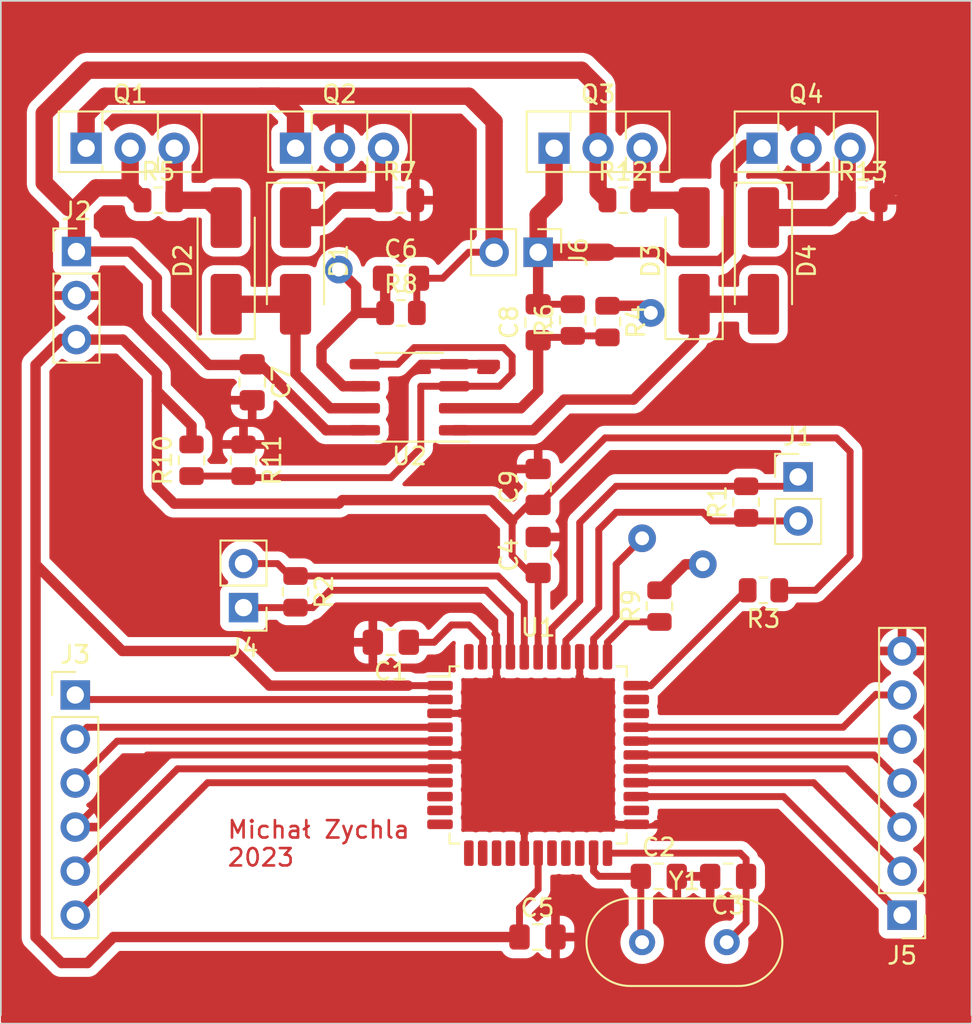
<source format=kicad_pcb>
(kicad_pcb (version 20221018) (generator pcbnew)
  (layers (0 "F.Cu" signal) (31 "B.Cu" signal) (34 "B.Paste" user) (35 "F.Paste" user) (36 "B.SilkS" user "B.Silkscreen") (37 "F.SilkS" user "F.Silkscreen") (38 "B.Mask" user) (39 "F.Mask" user) (44 "Edge.Cuts" user))
  (net 0 "")
  (net 1 "Net-(U1-REFBYP)")
  (net 2 "GND")
  (net 3 "Net-(U1-XTALOUT)")
  (net 4 "Net-(U1-CLKIN)")
  (net 5 "+5V")
  (net 6 "Net-(U2B--)")
  (net 7 "EXC_AMP")
  (net 8 "+12V")
  (net 9 "Net-(U2A--)")
  (net 10 "~{EXC_AMP}")
  (net 11 "Net-(D1-K)")
  (net 12 "Net-(D1-A)")
  (net 13 "Net-(D2-A)")
  (net 14 "Net-(D3-K)")
  (net 15 "Net-(D3-A)")
  (net 16 "Net-(D4-K)")
  (net 17 "Net-(J1-Pin_1)")
  (net 18 "Net-(J1-Pin_2)")
  (net 19 "/~{RD}")
  (net 20 "/~{SAMPLE}")
  (net 21 "/~{RDVEL}")
  (net 22 "/SCLK")
  (net 23 "/SO")
  (net 24 "Net-(J4-Pin_1)")
  (net 25 "Net-(J4-Pin_2)")
  (net 26 "Net-(J5-Pin_1)")
  (net 27 "Net-(J5-Pin_2)")
  (net 28 "Net-(J5-Pin_3)")
  (net 29 "Net-(J5-Pin_4)")
  (net 30 "Net-(J5-Pin_5)")
  (net 31 "Net-(J5-Pin_6)")
  (net 32 "~{RESET}")
  (net 33 "/~{EXC}")
  (net 34 "/EXC")
  (net 35 "/2.5V")
  (footprint "Resistor_SMD:R_0805_2012Metric" (layer "F.Cu") (at 141 84.4125 90)
    (fp_text reference "R9" (at 0 -1.65 90) (layer "F.SilkS"))
    (fp_text value "10k")
    (pad "1" smd roundrect (at -0.9125 0 90) (size 1.025 1.4) (layers "F.Cu" "F.Paste" "F.Mask") (roundrect_rratio 0.243902) (net 34 "/EXC"))
    (pad "2" smd roundrect (at 0.9125 0 90) (size 1.025 1.4) (layers "F.Cu" "F.Paste" "F.Mask") (roundrect_rratio 0.243902) (net 6 "Net-(U2B--)"))
  )
  (footprint "Resistor_SMD:R_0805_2012Metric" (layer "F.Cu") (at 152.7375 61)
    (fp_text reference "R13" (at 0 -1.65) (layer "F.SilkS"))
    (fp_text value "2.2k")
    (pad "1" smd roundrect (at -0.9125 0) (size 1.025 1.4) (layers "F.Cu" "F.Paste" "F.Mask") (roundrect_rratio 0.243902) (net 16 "Net-(D4-K)"))
    (pad "2" smd roundrect (at 0.9125 0) (size 1.025 1.4) (layers "F.Cu" "F.Paste" "F.Mask") (roundrect_rratio 0.243902) (net 2 "GND"))
  )
  (footprint "Capacitor_SMD:C_0805_2012Metric_Pad1.18x1.45mm_HandSolder" (layer "F.Cu") (at 126.0875 65.5)
    (fp_text reference "C6" (at 0 -1.68) (layer "F.SilkS"))
    (fp_text value "DNP" hide)
    (pad "1" smd roundrect (at -1.0375 0) (size 1.175 1.45) (layers "F.Cu" "F.Paste" "F.Mask") (roundrect_rratio 0.212766) (net 6 "Net-(U2B--)"))
    (pad "2" smd roundrect (at 1.0375 0) (size 1.175 1.45) (layers "F.Cu" "F.Paste" "F.Mask") (roundrect_rratio 0.212766) (net 7 "EXC_AMP"))
  )
  (footprint "Capacitor_SMD:C_0805_2012Metric_Pad1.18x1.45mm_HandSolder" (layer "F.Cu") (at 134 68.0375 90)
    (fp_text reference "C8" (at 0 -1.68 90) (layer "F.SilkS"))
    (fp_text value "DNP")
    (pad "1" smd roundrect (at -1.0375 0 90) (size 1.175 1.45) (layers "F.Cu" "F.Paste" "F.Mask") (roundrect_rratio 0.212766) (net 9 "Net-(U2A--)"))
    (pad "2" smd roundrect (at 1.0375 0 90) (size 1.175 1.45) (layers "F.Cu" "F.Paste" "F.Mask") (roundrect_rratio 0.212766) (net 10 "~{EXC_AMP}"))
  )
  (footprint "Resistor_SMD:R_0805_2012Metric" (layer "F.Cu") (at 114 76 90)
    (fp_text reference "R10" (at 0 -1.65 90) (layer "F.SilkS"))
    (fp_text value "22k")
    (pad "1" smd roundrect (at -0.9125 0 90) (size 1.025 1.4) (layers "F.Cu" "F.Paste" "F.Mask") (roundrect_rratio 0.243902) (net 35 "/2.5V"))
    (pad "2" smd roundrect (at 0.9125 0 90) (size 1.025 1.4) (layers "F.Cu" "F.Paste" "F.Mask") (roundrect_rratio 0.243902) (net 5 "+5V"))
  )
  (footprint "Resistor_SMD:R_0805_2012Metric" (layer "F.Cu") (at 126.0875 67.5)
    (fp_text reference "R8" (at 0 -1.65) (layer "F.SilkS"))
    (fp_text value "10k")
    (pad "1" smd roundrect (at -0.9125 0) (size 1.025 1.4) (layers "F.Cu" "F.Paste" "F.Mask") (roundrect_rratio 0.243902) (net 6 "Net-(U2B--)"))
    (pad "2" smd roundrect (at 0.9125 0) (size 1.025 1.4) (layers "F.Cu" "F.Paste" "F.Mask") (roundrect_rratio 0.243902) (net 7 "EXC_AMP"))
  )
  (footprint "Capacitor_SMD:C_0805_2012Metric_Pad1.18x1.45mm_HandSolder" (layer "F.Cu") (at 144.9625 100 180)
    (fp_text reference "C3" (at 0 -1.68) (layer "F.SilkS"))
    (fp_text value "DNP")
    (pad "1" smd roundrect (at -1.0375 0 180) (size 1.175 1.45) (layers "F.Cu" "F.Paste" "F.Mask") (roundrect_rratio 0.212766) (net 4 "Net-(U1-CLKIN)"))
    (pad "2" smd roundrect (at 1.0375 0 180) (size 1.175 1.45) (layers "F.Cu" "F.Paste" "F.Mask") (roundrect_rratio 0.212766) (net 2 "GND"))
  )
  (footprint "Capacitor_SMD:C_0805_2012Metric_Pad1.18x1.45mm_HandSolder" (layer "F.Cu") (at 134 77.5375 90)
    (fp_text reference "C9" (at 0 -1.68 90) (layer "F.SilkS"))
    (fp_text value "1u")
    (pad "1" smd roundrect (at -1.0375 0 90) (size 1.175 1.45) (layers "F.Cu" "F.Paste" "F.Mask") (roundrect_rratio 0.212766) (net 5 "+5V"))
    (pad "2" smd roundrect (at 1.0375 0 90) (size 1.175 1.45) (layers "F.Cu" "F.Paste" "F.Mask") (roundrect_rratio 0.212766) (net 2 "GND"))
  )
  (footprint "Diode_SMD:D_SMA_Handsoldering" (layer "F.Cu") (at 143 64.5 90)
    (fp_text reference "D3" (at 0 -2.5 90) (layer "F.SilkS"))
    (fp_text value "1N4148")
    (pad "1" smd roundrect (at -2.5 0 90) (size 3.5 1.8) (layers "F.Cu" "F.Paste" "F.Mask") (roundrect_rratio 0.1388888889) (net 14 "Net-(D3-K)"))
    (pad "2" smd roundrect (at 2.5 0 90) (size 3.5 1.8) (layers "F.Cu" "F.Paste" "F.Mask") (roundrect_rratio 0.1388888889) (net 15 "Net-(D3-A)"))
  )
  (footprint "Capacitor_SMD:C_0805_2012Metric_Pad1.18x1.45mm_HandSolder" (layer "F.Cu") (at 125.5 86.5 180)
    (fp_text reference "C1" (at 0 -1.68) (layer "F.SilkS"))
    (fp_text value "1u")
    (pad "1" smd roundrect (at -1.0375 0 180) (size 1.175 1.45) (layers "F.Cu" "F.Paste" "F.Mask") (roundrect_rratio 0.212766) (net 1 "Net-(U1-REFBYP)"))
    (pad "2" smd roundrect (at 1.0375 0 180) (size 1.175 1.45) (layers "F.Cu" "F.Paste" "F.Mask") (roundrect_rratio 0.212766) (net 2 "GND"))
  )
  (footprint "Diode_SMD:D_SMA_Handsoldering" (layer "F.Cu") (at 147 64.5 -90)
    (fp_text reference "D4" (at 0 -2.5 90) (layer "F.SilkS"))
    (fp_text value "1N4148")
    (pad "1" smd roundrect (at -2.5 0 270) (size 3.5 1.8) (layers "F.Cu" "F.Paste" "F.Mask") (roundrect_rratio 0.1388888889) (net 16 "Net-(D4-K)"))
    (pad "2" smd roundrect (at 2.5 0 270) (size 3.5 1.8) (layers "F.Cu" "F.Paste" "F.Mask") (roundrect_rratio 0.1388888889) (net 14 "Net-(D3-K)"))
  )
  (footprint "Connector_PinHeader_2.54mm:PinHeader_1x07_P2.54mm_Vertical" (layer "F.Cu") (at 155 102.24 180)
    (fp_text reference "J5" (at 0 -2.33) (layer "F.SilkS"))
    (fp_text value "DEBUG")
    (pad "1" thru_hole rect (at 0 0 180) (size 1.7 1.7) (drill 1) (layers "*.Cu" "*.Mask") (net 26 "Net-(J5-Pin_1)"))
    (pad "2" thru_hole oval (at 0 2.54 180) (size 1.7 1.7) (drill 1) (layers "*.Cu" "*.Mask") (net 27 "Net-(J5-Pin_2)"))
    (pad "3" thru_hole oval (at 0 5.08 180) (size 1.7 1.7) (drill 1) (layers "*.Cu" "*.Mask") (net 28 "Net-(J5-Pin_3)"))
    (pad "4" thru_hole oval (at 0 7.62 180) (size 1.7 1.7) (drill 1) (layers "*.Cu" "*.Mask") (net 29 "Net-(J5-Pin_4)"))
    (pad "5" thru_hole oval (at 0 10.16 180) (size 1.7 1.7) (drill 1) (layers "*.Cu" "*.Mask") (net 30 "Net-(J5-Pin_5)"))
    (pad "6" thru_hole oval (at 0 12.7 180) (size 1.7 1.7) (drill 1) (layers "*.Cu" "*.Mask") (net 31 "Net-(J5-Pin_6)"))
    (pad "7" thru_hole oval (at 0 15.24 180) (size 1.7 1.7) (drill 1) (layers "*.Cu" "*.Mask") (net 2 "GND"))
  )
  (footprint "Resistor_SMD:R_0805_2012Metric" (layer "F.Cu") (at 126 61)
    (fp_text reference "R7" (at 0 -1.65) (layer "F.SilkS"))
    (fp_text value "2.2k")
    (pad "1" smd roundrect (at -0.9125 0) (size 1.025 1.4) (layers "F.Cu" "F.Paste" "F.Mask") (roundrect_rratio 0.243902) (net 11 "Net-(D1-K)"))
    (pad "2" smd roundrect (at 0.9125 0) (size 1.025 1.4) (layers "F.Cu" "F.Paste" "F.Mask") (roundrect_rratio 0.243902) (net 2 "GND"))
  )
  (footprint "Resistor_SMD:R_0805_2012Metric" (layer "F.Cu") (at 146 78.4125 90)
    (fp_text reference "R1" (at 0 -1.65 90) (layer "F.SilkS"))
    (fp_text value "68k")
    (pad "1" smd roundrect (at -0.9125 0 90) (size 1.025 1.4) (layers "F.Cu" "F.Paste" "F.Mask") (roundrect_rratio 0.243902) (net 18 "Net-(J1-Pin_2)"))
    (pad "2" smd roundrect (at 0.9125 0 90) (size 1.025 1.4) (layers "F.Cu" "F.Paste" "F.Mask") (roundrect_rratio 0.243902) (net 17 "Net-(J1-Pin_1)"))
  )
  (footprint "Resistor_SMD:R_0805_2012Metric" (layer "F.Cu") (at 138 68 -90)
    (fp_text reference "R4" (at 0 -1.65 -270) (layer "F.SilkS"))
    (fp_text value "10k")
    (pad "1" smd roundrect (at -0.9125 0 270) (size 1.025 1.4) (layers "F.Cu" "F.Paste" "F.Mask") (roundrect_rratio 0.243902) (net 33 "/~{EXC}"))
    (pad "2" smd roundrect (at 0.9125 0 270) (size 1.025 1.4) (layers "F.Cu" "F.Paste" "F.Mask") (roundrect_rratio 0.243902) (net 9 "Net-(U2A--)"))
  )
  (footprint "Resistor_SMD:R_0805_2012Metric" (layer "F.Cu") (at 136 67.9125 90)
    (fp_text reference "R6" (at 0 -1.65 90) (layer "F.SilkS"))
    (fp_text value "10k")
    (pad "1" smd roundrect (at -0.9125 0 90) (size 1.025 1.4) (layers "F.Cu" "F.Paste" "F.Mask") (roundrect_rratio 0.243902) (net 9 "Net-(U2A--)"))
    (pad "2" smd roundrect (at 0.9125 0 90) (size 1.025 1.4) (layers "F.Cu" "F.Paste" "F.Mask") (roundrect_rratio 0.243902) (net 10 "~{EXC_AMP}"))
  )
  (footprint "Resistor_SMD:R_0805_2012Metric" (layer "F.Cu") (at 120 83.5875 -90)
    (fp_text reference "R2" (at 0 -1.65 90) (layer "F.SilkS"))
    (fp_text value "68k")
    (pad "1" smd roundrect (at -0.9125 0 270) (size 1.025 1.4) (layers "F.Cu" "F.Paste" "F.Mask") (roundrect_rratio 0.243902) (net 25 "Net-(J4-Pin_2)"))
    (pad "2" smd roundrect (at 0.9125 0 270) (size 1.025 1.4) (layers "F.Cu" "F.Paste" "F.Mask") (roundrect_rratio 0.243902) (net 24 "Net-(J4-Pin_1)"))
  )
  (footprint "Capacitor_SMD:C_0805_2012Metric_Pad1.18x1.45mm_HandSolder" (layer "F.Cu") (at 134 81.4625 90)
    (fp_text reference "C4" (at 0 -1.68 90) (layer "F.SilkS"))
    (fp_text value "100n")
    (pad "1" smd roundrect (at -1.0375 0 90) (size 1.175 1.45) (layers "F.Cu" "F.Paste" "F.Mask") (roundrect_rratio 0.212766) (net 5 "+5V"))
    (pad "2" smd roundrect (at 1.0375 0 90) (size 1.175 1.45) (layers "F.Cu" "F.Paste" "F.Mask") (roundrect_rratio 0.212766) (net 2 "GND"))
  )
  (footprint "Resistor_SMD:R_0805_2012Metric" (layer "F.Cu") (at 117 76 -90)
    (fp_text reference "R11" (at 0 -1.65 90) (layer "F.SilkS"))
    (fp_text value "22k")
    (pad "1" smd roundrect (at -0.9125 0 270) (size 1.025 1.4) (layers "F.Cu" "F.Paste" "F.Mask") (roundrect_rratio 0.243902) (net 2 "GND"))
    (pad "2" smd roundrect (at 0.9125 0 270) (size 1.025 1.4) (layers "F.Cu" "F.Paste" "F.Mask") (roundrect_rratio 0.243902) (net 35 "/2.5V"))
  )
  (footprint "Connector_PinHeader_2.54mm:PinHeader_1x06_P2.54mm_Vertical" (layer "F.Cu") (at 107.2925 89.54)
    (fp_text reference "J3" (at 0 -2.33) (layer "F.SilkS"))
    (fp_text value "Interface")
    (pad "1" thru_hole rect (at 0 0) (size 1.7 1.7) (drill 1) (layers "*.Cu" "*.Mask") (net 19 "/~{RD}"))
    (pad "2" thru_hole oval (at 0 2.54) (size 1.7 1.7) (drill 1) (layers "*.Cu" "*.Mask") (net 20 "/~{SAMPLE}"))
    (pad "3" thru_hole oval (at 0 5.08) (size 1.7 1.7) (drill 1) (layers "*.Cu" "*.Mask") (net 21 "/~{RDVEL}"))
    (pad "4" thru_hole oval (at 0 7.62) (size 1.7 1.7) (drill 1) (layers "*.Cu" "*.Mask") (net 2 "GND"))
    (pad "5" thru_hole oval (at 0 10.16) (size 1.7 1.7) (drill 1) (layers "*.Cu" "*.Mask") (net 23 "/SO"))
    (pad "6" thru_hole oval (at 0 12.7) (size 1.7 1.7) (drill 1) (layers "*.Cu" "*.Mask") (net 22 "/SCLK"))
  )
  (footprint "Diode_SMD:D_SMA_Handsoldering" (layer "F.Cu") (at 120 64.5 -90)
    (fp_text reference "D1" (at 0 -2.5 90) (layer "F.SilkS"))
    (fp_text value "1N4148")
    (pad "1" smd roundrect (at -2.5 0 270) (size 3.5 1.8) (layers "F.Cu" "F.Paste" "F.Mask") (roundrect_rratio 0.1388888889) (net 11 "Net-(D1-K)"))
    (pad "2" smd roundrect (at 2.5 0 270) (size 3.5 1.8) (layers "F.Cu" "F.Paste" "F.Mask") (roundrect_rratio 0.1388888889) (net 12 "Net-(D1-A)"))
  )
  (footprint "Resistor_SMD:R_0805_2012Metric" (layer "F.Cu") (at 147 83.5 180)
    (fp_text reference "R3" (at 0 -1.65) (layer "F.SilkS"))
    (fp_text value "R")
    (pad "1" smd roundrect (at -0.9125 0 180) (size 1.025 1.4) (layers "F.Cu" "F.Paste" "F.Mask") (roundrect_rratio 0.243902) (net 5 "+5V"))
    (pad "2" smd roundrect (at 0.9125 0 180) (size 1.025 1.4) (layers "F.Cu" "F.Paste" "F.Mask") (roundrect_rratio 0.243902) (net 32 "~{RESET}"))
  )
  (footprint "Diode_SMD:D_SMA_Handsoldering" (layer "F.Cu") (at 116 64.5 90)
    (fp_text reference "D2" (at 0 -2.5 90) (layer "F.SilkS"))
    (fp_text value "1N4148")
    (pad "1" smd roundrect (at -2.5 0 90) (size 3.5 1.8) (layers "F.Cu" "F.Paste" "F.Mask") (roundrect_rratio 0.1388888889) (net 12 "Net-(D1-A)"))
    (pad "2" smd roundrect (at 2.5 0 90) (size 3.5 1.8) (layers "F.Cu" "F.Paste" "F.Mask") (roundrect_rratio 0.1388888889) (net 13 "Net-(D2-A)"))
  )
  (footprint "Package_TO_SOT_THT:TO-126-3_Vertical" (layer "F.Cu") (at 146.92 58)
    (fp_text reference "Q4" (at 2.54 -3.12) (layer "F.SilkS"))
    (fp_text value "BD136")
    (pad "1" thru_hole rect (at 0 0) (size 1.8 1.8) (drill 1) (layers "*.Cu" "*.Mask") (net 10 "~{EXC_AMP}"))
    (pad "2" thru_hole oval (at 2.54 0) (size 1.8 1.8) (drill 1) (layers "*.Cu" "*.Mask") (net 2 "GND"))
    (pad "3" thru_hole oval (at 5.08 0) (size 1.8 1.8) (drill 1) (layers "*.Cu" "*.Mask") (net 16 "Net-(D4-K)"))
  )
  (footprint "Connector_PinHeader_2.54mm:PinHeader_1x03_P2.54mm_Vertical" (layer "F.Cu") (at 107.36 63.96)
    (fp_text reference "J2" (at 0 -2.33) (layer "F.SilkS"))
    (fp_text value "Power")
    (pad "1" thru_hole rect (at 0 0) (size 1.7 1.7) (drill 1) (layers "*.Cu" "*.Mask") (net 8 "+12V"))
    (pad "2" thru_hole oval (at 0 2.54) (size 1.7 1.7) (drill 1) (layers "*.Cu" "*.Mask") (net 2 "GND"))
    (pad "3" thru_hole oval (at 0 5.08) (size 1.7 1.7) (drill 1) (layers "*.Cu" "*.Mask") (net 5 "+5V"))
  )
  (footprint "Crystal:Crystal_HC49-U_Vertical" (layer "F.Cu") (at 140 103.8)
    (fp_text reference "Y1" (at 2.44 -3.525) (layer "F.SilkS"))
    (fp_text value "Crystal")
    (pad "1" thru_hole circle (at 0 0) (size 1.5 1.5) (drill 0.8) (layers "*.Cu" "*.Mask") (net 3 "Net-(U1-XTALOUT)"))
    (pad "2" thru_hole circle (at 4.88 0) (size 1.5 1.5) (drill 0.8) (layers "*.Cu" "*.Mask") (net 4 "Net-(U1-CLKIN)"))
  )
  (footprint "Package_TO_SOT_THT:TO-126-3_Vertical" (layer "F.Cu") (at 107.92 58)
    (fp_text reference "Q1" (at 2.54 -3.12) (layer "F.SilkS"))
    (fp_text value "BD135")
    (pad "1" thru_hole rect (at 0 0) (size 1.8 1.8) (drill 1) (layers "*.Cu" "*.Mask") (net 7 "EXC_AMP"))
    (pad "2" thru_hole oval (at 2.54 0) (size 1.8 1.8) (drill 1) (layers "*.Cu" "*.Mask") (net 8 "+12V"))
    (pad "3" thru_hole oval (at 5.08 0) (size 1.8 1.8) (drill 1) (layers "*.Cu" "*.Mask") (net 13 "Net-(D2-A)"))
  )
  (footprint "Capacitor_SMD:C_0805_2012Metric_Pad1.18x1.45mm_HandSolder" (layer "F.Cu") (at 117.5 71.5 -90)
    (fp_text reference "C7" (at 0 -1.68 -270) (layer "F.SilkS"))
    (fp_text value "100n")
    (pad "1" smd roundrect (at -1.0375 0 270) (size 1.175 1.45) (layers "F.Cu" "F.Paste" "F.Mask") (roundrect_rratio 0.212766) (net 8 "+12V"))
    (pad "2" smd roundrect (at 1.0375 0 270) (size 1.175 1.45) (layers "F.Cu" "F.Paste" "F.Mask") (roundrect_rratio 0.212766) (net 2 "GND"))
  )
  (footprint "Connector_PinHeader_2.54mm:PinHeader_1x02_P2.54mm_Vertical" (layer "F.Cu") (at 117 84.5 180)
    (fp_text reference "J4" (at 0 -2.33) (layer "F.SilkS"))
    (fp_text value "COS")
    (pad "1" thru_hole rect (at 0 0 180) (size 1.7 1.7) (drill 1) (layers "*.Cu" "*.Mask") (net 24 "Net-(J4-Pin_1)"))
    (pad "2" thru_hole oval (at 0 2.54 180) (size 1.7 1.7) (drill 1) (layers "*.Cu" "*.Mask") (net 25 "Net-(J4-Pin_2)"))
  )
  (footprint "Package_SO:SO-8_3.9x4.9mm_P1.27mm" (layer "F.Cu") (at 126.575 72.365 180)
    (fp_text reference "U2" (at 0 -3.4) (layer "F.SilkS"))
    (fp_text value "LM358")
    (pad "1" smd roundrect (at -2.575 -1.905 180) (size 1.75 0.6) (layers "F.Cu" "F.Paste" "F.Mask") (net 14 "Net-(D3-K)"))
    (pad "2" smd roundrect (at -2.575 -0.635 180) (size 1.75 0.6) (layers "F.Cu" "F.Paste" "F.Mask") (net 9 "Net-(U2A--)"))
    (pad "3" smd roundrect (at -2.575 0.635 180) (size 1.75 0.6) (layers "F.Cu" "F.Paste" "F.Mask") (net 35 "/2.5V"))
    (pad "4" smd roundrect (at -2.575 1.905 180) (size 1.75 0.6) (layers "F.Cu" "F.Paste" "F.Mask") (net 2 "GND"))
    (pad "5" smd roundrect (at 2.575 1.905 180) (size 1.75 0.6) (layers "F.Cu" "F.Paste" "F.Mask") (net 35 "/2.5V"))
    (pad "6" smd roundrect (at 2.575 0.635 180) (size 1.75 0.6) (layers "F.Cu" "F.Paste" "F.Mask") (net 6 "Net-(U2B--)"))
    (pad "7" smd roundrect (at 2.575 -0.635 180) (size 1.75 0.6) (layers "F.Cu" "F.Paste" "F.Mask") (net 12 "Net-(D1-A)"))
    (pad "8" smd roundrect (at 2.575 -1.905 180) (size 1.75 0.6) (layers "F.Cu" "F.Paste" "F.Mask") (net 8 "+12V"))
  )
  (footprint "Resistor_SMD:R_0805_2012Metric" (layer "F.Cu") (at 112.0875 61)
    (fp_text reference "R5" (at 0 -1.65) (layer "F.SilkS"))
    (fp_text value "2.2k")
    (pad "1" smd roundrect (at -0.9125 0) (size 1.025 1.4) (layers "F.Cu" "F.Paste" "F.Mask") (roundrect_rratio 0.243902) (net 8 "+12V"))
    (pad "2" smd roundrect (at 0.9125 0) (size 1.025 1.4) (layers "F.Cu" "F.Paste" "F.Mask") (roundrect_rratio 0.243902) (net 13 "Net-(D2-A)"))
  )
  (footprint "Capacitor_SMD:C_0805_2012Metric_Pad1.18x1.45mm_HandSolder" (layer "F.Cu") (at 133.9625 103.5)
    (fp_text reference "C5" (at 0 -1.68) (layer "F.SilkS"))
    (fp_text value "1u")
    (pad "1" smd roundrect (at -1.0375 0) (size 1.175 1.45) (layers "F.Cu" "F.Paste" "F.Mask") (roundrect_rratio 0.212766) (net 5 "+5V"))
    (pad "2" smd roundrect (at 1.0375 0) (size 1.175 1.45) (layers "F.Cu" "F.Paste" "F.Mask") (roundrect_rratio 0.212766) (net 2 "GND"))
  )
  (footprint "Connector_PinHeader_2.54mm:PinHeader_1x02_P2.54mm_Vertical" (layer "F.Cu") (at 149 76.96)
    (fp_text reference "J1" (at 0 -2.33) (layer "F.SilkS"))
    (fp_text value "SIN")
    (pad "1" thru_hole rect (at 0 0) (size 1.7 1.7) (drill 1) (layers "*.Cu" "*.Mask") (net 17 "Net-(J1-Pin_1)"))
    (pad "2" thru_hole oval (at 0 2.54) (size 1.7 1.7) (drill 1) (layers "*.Cu" "*.Mask") (net 18 "Net-(J1-Pin_2)"))
  )
  (footprint "Connector_PinHeader_2.54mm:PinHeader_1x02_P2.54mm_Vertical" (layer "F.Cu") (at 134 64 -90)
    (fp_text reference "J6" (at 0 -2.33 90) (layer "F.SilkS"))
    (fp_text value "EXC")
    (pad "1" thru_hole rect (at 0 0 270) (size 1.7 1.7) (drill 1) (layers "*.Cu" "*.Mask") (net 10 "~{EXC_AMP}"))
    (pad "2" thru_hole oval (at 0 2.54 270) (size 1.7 1.7) (drill 1) (layers "*.Cu" "*.Mask") (net 7 "EXC_AMP"))
  )
  (footprint "Package_TO_SOT_THT:TO-126-3_Vertical" (layer "F.Cu") (at 134.92 58)
    (fp_text reference "Q3" (at 2.54 -3.12) (layer "F.SilkS"))
    (fp_text value "BD135")
    (pad "1" thru_hole rect (at 0 0) (size 1.8 1.8) (drill 1) (layers "*.Cu" "*.Mask") (net 10 "~{EXC_AMP}"))
    (pad "2" thru_hole oval (at 2.54 0) (size 1.8 1.8) (drill 1) (layers "*.Cu" "*.Mask") (net 8 "+12V"))
    (pad "3" thru_hole oval (at 5.08 0) (size 1.8 1.8) (drill 1) (layers "*.Cu" "*.Mask") (net 15 "Net-(D3-A)"))
  )
  (footprint "Package_TO_SOT_THT:TO-126-3_Vertical" (layer "F.Cu") (at 120 58)
    (fp_text reference "Q2" (at 2.54 -3.12) (layer "F.SilkS"))
    (fp_text value "BD136")
    (pad "1" thru_hole rect (at 0 0) (size 1.8 1.8) (drill 1) (layers "*.Cu" "*.Mask") (net 7 "EXC_AMP"))
    (pad "2" thru_hole oval (at 2.54 0) (size 1.8 1.8) (drill 1) (layers "*.Cu" "*.Mask") (net 2 "GND"))
    (pad "3" thru_hole oval (at 5.08 0) (size 1.8 1.8) (drill 1) (layers "*.Cu" "*.Mask") (net 11 "Net-(D1-K)"))
  )
  (footprint "Package_QFP:LQFP-44_10x10mm_P0.8mm" (layer "F.Cu") (at 134 93)
    (fp_text reference "U1" (at 0 -7.35) (layer "F.SilkS"))
    (fp_text value "AD2S1205")
    (pad "1" smd roundrect (at -5.6625 -4) (size 1.475 0.55) (layers "F.Cu" "F.Paste" "F.Mask") (net 5 "+5V"))
    (pad "2" smd roundrect (at -5.6625 -3.2) (size 1.475 0.55) (layers "F.Cu" "F.Paste" "F.Mask") (net 19 "/~{RD}"))
    (pad "3" smd roundrect (at -5.6625 -2.4) (size 1.475 0.55) (layers "F.Cu" "F.Paste" "F.Mask") (net 2 "GND"))
    (pad "4" smd roundrect (at -5.6625 -1.6) (size 1.475 0.55) (layers "F.Cu" "F.Paste" "F.Mask") (net 20 "/~{SAMPLE}"))
    (pad "5" smd roundrect (at -5.6625 -0.8) (size 1.475 0.55) (layers "F.Cu" "F.Paste" "F.Mask") (net 21 "/~{RDVEL}"))
    (pad "6" smd roundrect (at -5.6625 0) (size 1.475 0.55) (layers "F.Cu" "F.Paste" "F.Mask") (net 2 "GND"))
    (pad "7" smd roundrect (at -5.6625 0.8) (size 1.475 0.55) (layers "F.Cu" "F.Paste" "F.Mask") (net 23 "/SO"))
    (pad "8" smd roundrect (at -5.6625 1.6) (size 1.475 0.55) (layers "F.Cu" "F.Paste" "F.Mask") (net 22 "/SCLK"))
    (pad "9" smd roundrect (at -5.6625 2.4) (size 1.475 0.55) (layers "F.Cu" "F.Paste" "F.Mask"))
    (pad "10" smd roundrect (at -5.6625 3.2) (size 1.475 0.55) (layers "F.Cu" "F.Paste" "F.Mask"))
    (pad "11" smd roundrect (at -5.6625 4) (size 1.475 0.55) (layers "F.Cu" "F.Paste" "F.Mask"))
    (pad "12" smd roundrect (at -4 5.6625) (size 0.55 1.475) (layers "F.Cu" "F.Paste" "F.Mask"))
    (pad "13" smd roundrect (at -3.2 5.6625) (size 0.55 1.475) (layers "F.Cu" "F.Paste" "F.Mask"))
    (pad "14" smd roundrect (at -2.4 5.6625) (size 0.55 1.475) (layers "F.Cu" "F.Paste" "F.Mask"))
    (pad "15" smd roundrect (at -1.6 5.6625) (size 0.55 1.475) (layers "F.Cu" "F.Paste" "F.Mask"))
    (pad "16" smd roundrect (at -0.8 5.6625) (size 0.55 1.475) (layers "F.Cu" "F.Paste" "F.Mask") (net 2 "GND"))
    (pad "17" smd roundrect (at 0 5.6625) (size 0.55 1.475) (layers "F.Cu" "F.Paste" "F.Mask") (net 5 "+5V"))
    (pad "18" smd roundrect (at 0.8 5.6625) (size 0.55 1.475) (layers "F.Cu" "F.Paste" "F.Mask"))
    (pad "19" smd roundrect (at 1.6 5.6625) (size 0.55 1.475) (layers "F.Cu" "F.Paste" "F.Mask"))
    (pad "20" smd roundrect (at 2.4 5.6625) (size 0.55 1.475) (layers "F.Cu" "F.Paste" "F.Mask"))
    (pad "21" smd roundrect (at 3.2 5.6625) (size 0.55 1.475) (layers "F.Cu" "F.Paste" "F.Mask") (net 3 "Net-(U1-XTALOUT)"))
    (pad "22" smd roundrect (at 4 5.6625) (size 0.55 1.475) (layers "F.Cu" "F.Paste" "F.Mask") (net 4 "Net-(U1-CLKIN)"))
    (pad "23" smd roundrect (at 5.6625 4) (size 1.475 0.55) (layers "F.Cu" "F.Paste" "F.Mask") (net 2 "GND"))
    (pad "24" smd roundrect (at 5.6625 3.2) (size 1.475 0.55) (layers "F.Cu" "F.Paste" "F.Mask"))
    (pad "25" smd roundrect (at 5.6625 2.4) (size 1.475 0.55) (layers "F.Cu" "F.Paste" "F.Mask") (net 26 "Net-(J5-Pin_1)"))
    (pad "26" smd roundrect (at 5.6625 1.6) (size 1.475 0.55) (layers "F.Cu" "F.Paste" "F.Mask") (net 27 "Net-(J5-Pin_2)"))
    (pad "27" smd roundrect (at 5.6625 0.8) (size 1.475 0.55) (layers "F.Cu" "F.Paste" "F.Mask") (net 28 "Net-(J5-Pin_3)"))
    (pad "28" smd roundrect (at 5.6625 0) (size 1.475 0.55) (layers "F.Cu" "F.Paste" "F.Mask") (net 29 "Net-(J5-Pin_4)"))
    (pad "29" smd roundrect (at 5.6625 -0.8) (size 1.475 0.55) (layers "F.Cu" "F.Paste" "F.Mask") (net 30 "Net-(J5-Pin_5)"))
    (pad "30" smd roundrect (at 5.6625 -1.6) (size 1.475 0.55) (layers "F.Cu" "F.Paste" "F.Mask") (net 31 "Net-(J5-Pin_6)"))
    (pad "31" smd roundrect (at 5.6625 -2.4) (size 1.475 0.55) (layers "F.Cu" "F.Paste" "F.Mask"))
    (pad "32" smd roundrect (at 5.6625 -3.2) (size 1.475 0.55) (layers "F.Cu" "F.Paste" "F.Mask"))
    (pad "33" smd roundrect (at 5.6625 -4) (size 1.475 0.55) (layers "F.Cu" "F.Paste" "F.Mask") (net 32 "~{RESET}"))
    (pad "34" smd roundrect (at 4 -5.6625) (size 0.55 1.475) (layers "F.Cu" "F.Paste" "F.Mask") (net 34 "/EXC"))
    (pad "35" smd roundrect (at 3.2 -5.6625) (size 0.55 1.475) (layers "F.Cu" "F.Paste" "F.Mask") (net 33 "/~{EXC}"))
    (pad "36" smd roundrect (at 2.4 -5.6625) (size 0.55 1.475) (layers "F.Cu" "F.Paste" "F.Mask") (net 2 "GND"))
    (pad "37" smd roundrect (at 1.6 -5.6625) (size 0.55 1.475) (layers "F.Cu" "F.Paste" "F.Mask") (net 18 "Net-(J1-Pin_2)"))
    (pad "38" smd roundrect (at 0.8 -5.6625) (size 0.55 1.475) (layers "F.Cu" "F.Paste" "F.Mask") (net 17 "Net-(J1-Pin_1)"))
    (pad "39" smd roundrect (at 0 -5.6625) (size 0.55 1.475) (layers "F.Cu" "F.Paste" "F.Mask") (net 5 "+5V"))
    (pad "40" smd roundrect (at -0.8 -5.6625) (size 0.55 1.475) (layers "F.Cu" "F.Paste" "F.Mask") (net 25 "Net-(J4-Pin_2)"))
    (pad "41" smd roundrect (at -1.6 -5.6625) (size 0.55 1.475) (layers "F.Cu" "F.Paste" "F.Mask") (net 24 "Net-(J4-Pin_1)"))
    (pad "42" smd roundrect (at -2.4 -5.6625) (size 0.55 1.475) (layers "F.Cu" "F.Paste" "F.Mask") (net 2 "GND"))
    (pad "43" smd roundrect (at -3.2 -5.6625) (size 0.55 1.475) (layers "F.Cu" "F.Paste" "F.Mask") (net 1 "Net-(U1-REFBYP)"))
    (pad "44" smd roundrect (at -4 -5.6625) (size 0.55 1.475) (layers "F.Cu" "F.Paste" "F.Mask"))
  )
  (footprint "Capacitor_SMD:C_0805_2012Metric_Pad1.18x1.45mm_HandSolder" (layer "F.Cu") (at 140.9625 100)
    (fp_text reference "C2" (at 0 -1.68) (layer "F.SilkS"))
    (fp_text value "DNP")
    (pad "1" smd roundrect (at -1.0375 0) (size 1.175 1.45) (layers "F.Cu" "F.Paste" "F.Mask") (roundrect_rratio 0.212766) (net 3 "Net-(U1-XTALOUT)"))
    (pad "2" smd roundrect (at 1.0375 0) (size 1.175 1.45) (layers "F.Cu" "F.Paste" "F.Mask") (roundrect_rratio 0.212766) (net 2 "GND"))
  )
  (footprint "Resistor_SMD:R_0805_2012Metric" (layer "F.Cu") (at 138.9125 61)
    (fp_text reference "R12" (at 0 -1.65) (layer "F.SilkS"))
    (fp_text value "2.2k")
    (pad "1" smd roundrect (at -0.9125 0) (size 1.025 1.4) (layers "F.Cu" "F.Paste" "F.Mask") (roundrect_rratio 0.243902) (net 8 "+12V"))
    (pad "2" smd roundrect (at 0.9125 0) (size 1.025 1.4) (layers "F.Cu" "F.Paste" "F.Mask") (roundrect_rratio 0.243902) (net 15 "Net-(D3-A)"))
  )
  (gr_line (start 103 108) (end 103 49.5) (stroke (width 0.1)) (layer "Edge.Cuts"))
  (gr_line (start 103 49.5) (end 159 49.5) (stroke (width 0.1)) (layer "Edge.Cuts"))
  (gr_line (start 159 108.5) (end 103 108.5) (stroke (width 0.1)) (layer "Edge.Cuts"))
  (gr_line (start 159 49.5) (end 159 108) (stroke (width 0.1)) (layer "Edge.Cuts"))
  (gr_text "Michał Zychla \n2023" (at 116 99.5) (layer "F.Cu") (effects (font (size 1 1)) (justify left bottom)))
  (segment (start 129 85.5) (end 128 86.5) (width 0.4) (layer "F.Cu") (net 1))
  (segment (start 130.8 87.3375) (end 130.8 86.3) (width 0.4) (layer "F.Cu") (net 1))
  (segment (start 128 86.5) (end 126.5375 86.5) (width 0.4) (layer "F.Cu") (net 1))
  (segment (start 130.8 86.3) (end 130 85.5) (width 0.4) (layer "F.Cu") (net 1))
  (segment (start 130 85.5) (end 129 85.5) (width 0.4) (layer "F.Cu") (net 1))
  (segment (start 128.3375 90.6) (end 129.7625 90.6) (width 0.4) (layer "F.Cu") (net 2))
  (segment (start 153 55.5) (end 150.5 55.5) (width 1) (layer "F.Cu") (net 2))
  (segment (start 136.4 87.3375) (end 136.4 89.6) (width 0.4) (layer "F.Cu") (net 2))
  (segment (start 131.6 87.3375) (end 131.6 88.9) (width 0.4) (layer "F.Cu") (net 2))
  (segment (start 130 92.8375) (end 134.1625 97) (width 0.4) (layer "F.Cu") (net 2))
  (segment (start 111.4525 93) (end 107.2925 97.16) (width 0.4) (layer "F.Cu") (net 2))
  (segment (start 128.3375 93) (end 111.4525 93) (width 0.4) (layer "F.Cu") (net 2))
  (segment (start 131.6 87.3375) (end 131.6 86.1) (width 0.4) (layer "F.Cu") (net 2))
  (segment (start 154.5 57) (end 153 55.5) (width 1) (layer "F.Cu") (net 2))
  (segment (start 139.6625 97) (end 134.16486 97) (width 0.4) (layer "F.Cu") (net 2))
  (segment (start 129.8375 93) (end 128.3375 93) (width 0.4) (layer "F.Cu") (net 2))
  (segment (start 131.6 88.9) (end 131.5 89) (width 0.4) (layer "F.Cu") (net 2))
  (segment (start 150.5 55.5) (end 149.46 56.54) (width 1) (layer "F.Cu") (net 2))
  (segment (start 129.7625 90.6) (end 130 90.8375) (width 0.4) (layer "F.Cu") (net 2))
  (segment (start 134.1625 97) (end 134.16486 97) (width 0.4) (layer "F.Cu") (net 2))
  (segment (start 153.65 61) (end 154.5 60.15) (width 1) (layer "F.Cu") (net 2))
  (segment (start 154.5 60.15) (end 154.5 57) (width 1) (layer "F.Cu") (net 2))
  (segment (start 131.5 89) (end 131.5 89.5) (width 0.4) (layer "F.Cu") (net 2))
  (segment (start 131.6 86.1) (end 131.5 86) (width 0.4) (layer "F.Cu") (net 2))
  (segment (start 135.4 90.6) (end 129.7625 90.6) (width 0.4) (layer "F.Cu") (net 2))
  (segment (start 130 92.8375) (end 129.8375 93) (width 0.4) (layer "F.Cu") (net 2))
  (segment (start 133.2 96.8) (end 133.2 98.6625) (width 0.4) (layer "F.Cu") (net 2))
  (segment (start 133.58125 96.41875) (end 133.2 96.8) (width 0.4) (layer "F.Cu") (net 2))
  (segment (start 149.46 56.54) (end 149.46 58) (width 1) (layer "F.Cu") (net 2))
  (segment (start 130 90.8375) (end 130 92.8375) (width 0.4) (layer "F.Cu") (net 2))
  (segment (start 136.4 89.6) (end 135.4 90.6) (width 0.4) (layer "F.Cu") (net 2))
  (segment (start 137.5 100) (end 137.2 99.7) (width 0.4) (layer "F.Cu") (net 3))
  (segment (start 139.925 100) (end 139.925 103.725) (width 0.4) (layer "F.Cu") (net 3))
  (segment (start 139.925 100) (end 137.5 100) (width 0.4) (layer "F.Cu") (net 3))
  (segment (start 137.2 99.7) (end 137.2 98.6625) (width 0.4) (layer "F.Cu") (net 3))
  (segment (start 139.6625 100.2625) (end 139.925 100) (width 0.4) (layer "F.Cu") (net 3))
  (segment (start 139.925 103.725) (end 140 103.8) (width 0.4) (layer "F.Cu") (net 3))
  (segment (start 145.6625 98.6625) (end 146 99) (width 0.4) (layer "F.Cu") (net 4))
  (segment (start 138 98.6625) (end 145.6625 98.6625) (width 0.4) (layer "F.Cu") (net 4))
  (segment (start 146 99) (end 146 100) (width 0.4) (layer "F.Cu") (net 4))
  (segment (start 146 102.68) (end 146 100) (width 0.4) (layer "F.Cu") (net 4))
  (segment (start 144.88 103.8) (end 146 102.68) (width 0.4) (layer "F.Cu") (net 4))
  (segment (start 132.5 81.5) (end 133.5 82.5) (width 0.4) (layer "F.Cu") (net 5))
  (segment (start 118.5 89) (end 116.5 87) (width 0.6) (layer "F.Cu") (net 5))
  (segment (start 116.5 87) (end 110 87) (width 0.6) (layer "F.Cu") (net 5))
  (segment (start 147.9125 83.5) (end 150 83.5) (width 0.4) (layer "F.Cu") (net 5))
  (segment (start 110.75 69.75) (end 112 71) (width 0.6) (layer "F.Cu") (net 5))
  (segment (start 114 74) (end 114 75.0875) (width 0.6) (layer "F.Cu") (net 5))
  (segment (start 109.5 103.5) (end 108 105) (width 0.6) (layer "F.Cu") (net 5))
  (segment (start 137.865 74.71) (end 134 78.575) (width 0.4) (layer "F.Cu") (net 5))
  (segment (start 131.3 78.3) (end 132.5 79.5) (width 0.6) (layer "F.Cu") (net 5))
  (segment (start 133.5 82.5) (end 134 82.5) (width 0.4) (layer "F.Cu") (net 5))
  (segment (start 113 78.5) (end 122.5 78.5) (width 0.6) (layer "F.Cu") (net 5))
  (segment (start 105 70.5) (end 106.5 69) (width 0.6) (layer "F.Cu") (net 5))
  (segment (start 132.5 79.5) (end 132.5 81.5) (width 0.4) (layer "F.Cu") (net 5))
  (segment (start 152 75.5) (end 151.21 74.71) (width 0.4) (layer "F.Cu") (net 5))
  (segment (start 105 103.5) (end 105 82) (width 0.6) (layer "F.Cu") (net 5))
  (segment (start 150 83.5) (end 152 81.5) (width 0.4) (layer "F.Cu") (net 5))
  (segment (start 133.83125 82.5) (end 134.16875 82.8375) (width 0.4) (layer "F.Cu") (net 5))
  (segment (start 132.925 103.5) (end 109.5 103.5) (width 0.6) (layer "F.Cu") (net 5))
  (segment (start 132.925 103.5) (end 132.925 101.825) (width 0.4) (layer "F.Cu") (net 5))
  (segment (start 133.425 78.575) (end 132.5 79.5) (width 0.4) (layer "F.Cu") (net 5))
  (segment (start 112 72) (end 114 74) (width 0.6) (layer "F.Cu") (net 5))
  (segment (start 106.5 105) (end 105 103.5) (width 0.6) (layer "F.Cu") (net 5))
  (segment (start 107.36 69.04) (end 110.04 69.04) (width 0.6) (layer "F.Cu") (net 5))
  (segment (start 151.21 74.71) (end 137.865 74.71) (width 0.4) (layer "F.Cu") (net 5))
  (segment (start 122.7 78.3) (end 131.3 78.3) (width 0.6) (layer "F.Cu") (net 5))
  (segment (start 152 81.5) (end 152 75.5) (width 0.4) (layer "F.Cu") (net 5))
  (segment (start 112 77.5) (end 113 78.5) (width 0.6) (layer "F.Cu") (net 5))
  (segment (start 126.5 89) (end 118.5 89) (width 0.6) (layer "F.Cu") (net 5))
  (segment (start 134 78.575) (end 133.425 78.575) (width 0.4) (layer "F.Cu") (net 5))
  (segment (start 134 87.3375) (end 134 82.5) (width 0.4) (layer "F.Cu") (net 5))
  (segment (start 105 82) (end 105 70.5) (width 0.6) (layer "F.Cu") (net 5))
  (segment (start 108 105) (end 106.5 105) (width 0.6) (layer "F.Cu") (net 5))
  (segment (start 134 100.75) (end 134 98.6625) (width 0.4) (layer "F.Cu") (net 5))
  (segment (start 122.5 78.5) (end 122.7 78.3) (width 0.6) (layer "F.Cu") (net 5))
  (segment (start 134 82.66875) (end 133.83125 82.5) (width 0.6) (layer "F.Cu") (net 5))
  (segment (start 128.3375 89) (end 126.5 89) (width 0.4) (layer "F.Cu") (net 5))
  (segment (start 112 71) (end 112 77.5) (width 0.6) (layer "F.Cu") (net 5))
  (segment (start 132.925 101.825) (end 134 100.75) (width 0.4) (layer "F.Cu") (net 5))
  (segment (start 106.5 69) (end 106.54 69.04) (width 0.6) (layer "F.Cu") (net 5))
  (segment (start 106.54 69.04) (end 107.36 69.04) (width 0.6) (layer "F.Cu") (net 5))
  (segment (start 110.04 69.04) (end 112 71) (width 0.6) (layer "F.Cu") (net 5))
  (segment (start 110 87) (end 105 82) (width 0.6) (layer "F.Cu") (net 5))
  (segment (start 122.75 71.73) (end 121.5 70.48) (width 0.6) (layer "F.Cu") (net 6))
  (segment (start 142.5 82) (end 143.5 82) (width 0.6) (layer "F.Cu") (net 6))
  (segment (start 125.175 65.625) (end 125.05 65.5) (width 0.6) (layer "F.Cu") (net 6))
  (segment (start 123.5 66) (end 122.5 65) (width 0.6) (layer "F.Cu") (net 6))
  (segment (start 123.5 67.5) (end 125.175 67.5) (width 0.6) (layer "F.Cu") (net 6))
  (segment (start 121.5 70.48) (end 121.5 69.5) (width 0.6) (layer "F.Cu") (net 6))
  (segment (start 125.175 67.5) (end 125.175 65.625) (width 0.6) (layer "F.Cu") (net 6))
  (segment (start 123.5 67.5) (end 123.5 66) (width 0.6) (layer "F.Cu") (net 6))
  (segment (start 124 71.73) (end 122.75 71.73) (width 0.6) (layer "F.Cu") (net 6))
  (segment (start 141 83.5) (end 142.5 82) (width 0.6) (layer "F.Cu") (net 6))
  (segment (start 121.5 69.5) (end 123.5 67.5) (width 0.6) (layer "F.Cu") (net 6))
  (via (at 143.5 82) (size 1.6) (drill 0.8) (layers "F.Cu" "B.Cu") (net 6))
  (via (at 122.5 65) (size 1.6) (drill 0.8) (layers "F.Cu" "B.Cu") (net 6))
  (segment (start 120 56) (end 120 58) (width 1) (layer "F.Cu") (net 7))
  (segment (start 107.92 56.08) (end 109 55) (width 1) (layer "F.Cu") (net 7))
  (segment (start 107.92 58) (end 107.92 56.08) (width 1) (layer "F.Cu") (net 7))
  (segment (start 127 67.5) (end 127 65.625) (width 0.4) (layer "F.Cu") (net 7))
  (segment (start 131.46 56.46) (end 130 55) (width 1) (layer "F.Cu") (net 7))
  (segment (start 119 55) (end 120 56) (width 1) (layer "F.Cu") (net 7))
  (segment (start 127 65.625) (end 127.125 65.5) (width 0.4) (layer "F.Cu") (net 7))
  (segment (start 131.46 64) (end 131.46 56.46) (width 1) (layer "F.Cu") (net 7))
  (segment (start 109 55) (end 118 55) (width 1) (layer "F.Cu") (net 7))
  (segment (start 130 64) (end 131.46 64) (width 0.4) (layer "F.Cu") (net 7))
  (segment (start 118 55) (end 119 55) (width 1) (layer "F.Cu") (net 7))
  (segment (start 127.125 65.5) (end 128.5 65.5) (width 0.4) (layer "F.Cu") (net 7))
  (segment (start 128.5 65.5) (end 130 64) (width 0.4) (layer "F.Cu") (net 7))
  (segment (start 130 55) (end 118 55) (width 1) (layer "F.Cu") (net 7))
  (segment (start 105.5 56) (end 105.5 60) (width 1) (layer "F.Cu") (net 8))
  (segment (start 137.46 54.46) (end 136.5 53.5) (width 1) (layer "F.Cu") (net 8))
  (segment (start 121.7675 74.2675) (end 119.5 72) (width 0.6) (layer "F.Cu") (net 8))
  (segment (start 110.46 58) (end 110.46 60.285) (width 1) (layer "F.Cu") (net 8))
  (segment (start 121.7675 74.27) (end 121.7675 74.2675) (width 0.6) (layer "F.Cu") (net 8))
  (segment (start 137.46 58) (end 137.46 60.46) (width 1) (layer "F.Cu") (net 8))
  (segment (start 137.46 58) (end 137.46 54.46) (width 1) (layer "F.Cu") (net 8))
  (segment (start 105.5 60) (end 106.92 61.42) (width 1) (layer "F.Cu") (net 8))
  (segment (start 136.5 53.5) (end 108 53.5) (width 1) (layer "F.Cu") (net 8))
  (segment (start 110.46 60.285) (end 108.495 60.285) (width 1) (layer "F.Cu") (net 8))
  (segment (start 124 74.27) (end 121.7675 74.27) (width 0.6) (layer "F.Cu") (net 8))
  (segment (start 115 70.5) (end 112 67.5) (width 0.6) (layer "F.Cu") (net 8))
  (segment (start 108 53.5) (end 105.5 56) (width 1) (layer "F.Cu") (net 8))
  (segment (start 137.46 60.46) (end 138 61) (width 1) (layer "F.Cu") (net 8))
  (segment (start 108.495 60.285) (end 107.36 61.42) (width 1) (layer "F.Cu") (net 8))
  (segment (start 106.92 61.42) (end 107.36 61.42) (width 1) (layer "F.Cu") (net 8))
  (segment (start 112 67.5) (end 112 65.5) (width 0.6) (layer "F.Cu") (net 8))
  (segment (start 110.46 60.285) (end 111.175 61) (width 1) (layer "F.Cu") (net 8))
  (segment (start 118 70.5) (end 115 70.5) (width 0.6) (layer "F.Cu") (net 8))
  (segment (start 112 65.5) (end 110.46 63.96) (width 0.6) (layer "F.Cu") (net 8))
  (segment (start 119.5 72) (end 118 70.5) (width 0.6) (layer "F.Cu") (net 8))
  (segment (start 107.36 61.42) (end 107.36 63.96) (width 1) (layer "F.Cu") (net 8))
  (segment (start 110.46 63.96) (end 107.36 63.96) (width 0.6) (layer "F.Cu") (net 8))
  (segment (start 129.15 73) (end 133 73) (width 0.6) (layer "F.Cu") (net 9))
  (segment (start 136 68.825) (end 137.9125 68.825) (width 0.4) (layer "F.Cu") (net 9))
  (segment (start 134 72) (end 134 69.075) (width 0.6) (layer "F.Cu") (net 9))
  (segment (start 137.9125 68.825) (end 138 68.9125) (width 0.4) (layer "F.Cu") (net 9))
  (segment (start 136.5 68.9125) (end 134.1625 68.9125) (width 0.4) (layer "F.Cu") (net 9))
  (segment (start 133 73) (end 134 72) (width 0.6) (layer "F.Cu") (net 9))
  (segment (start 134.1625 68.9125) (end 134 69.075) (width 0.4) (layer "F.Cu") (net 9))
  (segment (start 133.75 68.825) (end 134 69.075) (width 0.4) (layer "F.Cu") (net 9))
  (segment (start 136 67) (end 134 67) (width 0.4) (layer "F.Cu") (net 10))
  (segment (start 134 67) (end 134 64) (width 0.6) (layer "F.Cu") (net 10))
  (segment (start 134.92 60.92) (end 134 61.84) (width 1) (layer "F.Cu") (net 10))
  (segment (start 134 61.84) (end 134 64) (width 1) (layer "F.Cu") (net 10))
  (segment (start 141.033034 64) (end 141.534534 64.5015) (width 0.6) (layer "F.Cu") (net 10))
  (segment (start 141.534534 64.5015) (end 144.477476 64.5015) (width 0.6) (layer "F.Cu") (net 10))
  (segment (start 134 64) (end 138 64) (width 1) (layer "F.Cu") (net 10))
  (segment (start 138 64) (end 141.033034 64) (width 0.6) (layer "F.Cu") (net 10))
  (segment (start 145 59) (end 145 60) (width 1) (layer "F.Cu") (net 10))
  (segment (start 145 63.978976) (end 145 60) (width 0.6) (layer "F.Cu") (net 10))
  (segment (start 134.92 58) (end 134.92 60.92) (width 1) (layer "F.Cu") (net 10))
  (segment (start 144.477476 64.5015) (end 145 63.978976) (width 0.6) (layer "F.Cu") (net 10))
  (segment (start 146 58) (end 145 59) (width 1) (layer "F.Cu") (net 10))
  (segment (start 146.92 58) (end 146 58) (width 1) (layer "F.Cu") (net 10))
  (segment (start 121.5 62) (end 120 62) (width 1) (layer "F.Cu") (net 11))
  (segment (start 125.0875 61) (end 122.5 61) (width 1) (layer "F.Cu") (net 11))
  (segment (start 125.0875 61) (end 125.0875 58.0075) (width 1) (layer "F.Cu") (net 11))
  (segment (start 122.5 61) (end 121.5 62) (width 1) (layer "F.Cu") (net 11))
  (segment (start 125.0875 58.0075) (end 125.08 58) (width 1) (layer "F.Cu") (net 11))
  (segment (start 120 71) (end 120 67) (width 0.6) (layer "F.Cu") (net 12))
  (segment (start 122 73) (end 120 71) (width 0.6) (layer "F.Cu") (net 12))
  (segment (start 124 73) (end 122 73) (width 0.6) (layer "F.Cu") (net 12))
  (segment (start 116 67) (end 120 67) (width 1) (layer "F.Cu") (net 12))
  (segment (start 113 58) (end 113 61) (width 1) (layer "F.Cu") (net 13))
  (segment (start 115 61) (end 116 62) (width 1) (layer "F.Cu") (net 13))
  (segment (start 113 61) (end 115 61) (width 1) (layer "F.Cu") (net 13))
  (segment (start 133.73 74.27) (end 135.5 72.5) (width 0.6) (layer "F.Cu") (net 14))
  (segment (start 129.15 74.27) (end 133.73 74.27) (width 0.6) (layer "F.Cu") (net 14))
  (segment (start 139.5 72.5) (end 143 69) (width 0.6) (layer "F.Cu") (net 14))
  (segment (start 143 69) (end 143 67) (width 0.6) (layer "F.Cu") (net 14))
  (segment (start 135.5 72.5) (end 139.5 72.5) (width 0.6) (layer "F.Cu") (net 14))
  (segment (start 143 67) (end 147 67) (width 1) (layer "F.Cu") (net 14))
  (segment (start 139.825 61) (end 142 61) (width 1) (layer "F.Cu") (net 15))
  (segment (start 140 58) (end 140 60.825) (width 1) (layer "F.Cu") (net 15))
  (segment (start 142 61) (end 143 62) (width 1) (layer "F.Cu") (net 15))
  (segment (start 140 60.825) (end 139.825 61) (width 1) (layer "F.Cu") (net 15))
  (segment (start 151.825 58.175) (end 152 58) (width 1) (layer "F.Cu") (net 16))
  (segment (start 151.825 61) (end 151.825 58.175) (width 1) (layer "F.Cu") (net 16))
  (segment (start 147 62) (end 150.825 62) (width 1) (layer "F.Cu") (net 16))
  (segment (start 150.825 62) (end 151.825 61) (width 1) (layer "F.Cu") (net 16))
  (segment (start 134.8 85.7) (end 136.4 84.1) (width 0.4) (layer "F.Cu") (net 17))
  (segment (start 138.5 77.5) (end 146 77.5) (width 0.4) (layer "F.Cu") (net 17))
  (segment (start 134.8 87.3375) (end 134.8 85.7) (width 0.4) (layer "F.Cu") (net 17))
  (segment (start 146 77.5) (end 148.46 77.5) (width 0.4) (layer "F.Cu") (net 17))
  (segment (start 136.4 79.6) (end 138.5 77.5) (width 0.4) (layer "F.Cu") (net 17))
  (segment (start 136.4 84.1) (end 136.4 79.6) (width 0.4) (layer "F.Cu") (net 17))
  (segment (start 148.46 77.5) (end 149 76.96) (width 0.4) (layer "F.Cu") (net 17))
  (segment (start 135.6 86.4) (end 137.5 84.5) (width 0.4) (layer "F.Cu") (net 18))
  (segment (start 137.5 84.5) (end 137.5 80) (width 0.4) (layer "F.Cu") (net 18))
  (segment (start 149 79.5) (end 146.175 79.5) (width 0.4) (layer "F.Cu") (net 18))
  (segment (start 144 79.5) (end 145.825 79.5) (width 0.4) (layer "F.Cu") (net 18))
  (segment (start 138.5 79) (end 143.5 79) (width 0.4) (layer "F.Cu") (net 18))
  (segment (start 135.6 87.3375) (end 135.6 86.4) (width 0.4) (layer "F.Cu") (net 18))
  (segment (start 143.5 79) (end 144 79.5) (width 0.4) (layer "F.Cu") (net 18))
  (segment (start 137.5 80) (end 138.5 79) (width 0.4) (layer "F.Cu") (net 18))
  (segment (start 145.825 79.5) (end 146 79.325) (width 0.4) (layer "F.Cu") (net 18))
  (segment (start 146.175 79.5) (end 146 79.325) (width 0.4) (layer "F.Cu") (net 18))
  (segment (start 107.2925 89.54) (end 107.5525 89.8) (width 0.4) (layer "F.Cu") (net 19))
  (segment (start 107.5525 89.8) (end 128.3375 89.8) (width 0.4) (layer "F.Cu") (net 19))
  (segment (start 107.9725 91.4) (end 107.2925 92.08) (width 0.4) (layer "F.Cu") (net 20))
  (segment (start 128.3375 91.4) (end 107.9725 91.4) (width 0.4) (layer "F.Cu") (net 20))
  (segment (start 128.3375 92.2) (end 109.7125 92.2) (width 0.4) (layer "F.Cu") (net 21))
  (segment (start 109.7125 92.2) (end 107.2925 94.62) (width 0.4) (layer "F.Cu") (net 21))
  (segment (start 128.3375 94.6) (end 114.9325 94.6) (width 0.4) (layer "F.Cu") (net 22))
  (segment (start 114.9325 94.6) (end 107.2925 102.24) (width 0.4) (layer "F.Cu") (net 22))
  (segment (start 128.3375 93.8) (end 113.1925 93.8) (width 0.4) (layer "F.Cu") (net 23))
  (segment (start 113.1925 93.8) (end 107.2925 99.7) (width 0.4) (layer "F.Cu") (net 23))
  (segment (start 131 83.5) (end 132.4 84.9) (width 0.4) (layer "F.Cu") (net 24))
  (segment (start 122 83.5) (end 131 83.5) (width 0.4) (layer "F.Cu") (net 24))
  (segment (start 117 84.5) (end 120 84.5) (width 0.4) (layer "F.Cu") (net 24))
  (segment (start 121 84.5) (end 122 83.5) (width 0.4) (layer "F.Cu") (net 24))
  (segment (start 120 84.5) (end 121 84.5) (width 0.4) (layer "F.Cu") (net 24))
  (segment (start 132.4 84.9) (end 132.4 87.3375) (width 0.4) (layer "F.Cu") (net 24))
  (segment (start 118.96 81.96) (end 117 81.96) (width 0.4) (layer "F.Cu") (net 25))
  (segment (start 120 82.675) (end 119.675 82.675) (width 0.4) (layer "F.Cu") (net 25))
  (segment (start 133.2 84.2) (end 133.2 87.3375) (width 0.4) (layer "F.Cu") (net 25))
  (segment (start 131.675 82.675) (end 133.2 84.2) (width 0.4) (layer "F.Cu") (net 25))
  (segment (start 119.675 82.675) (end 118.96 81.96) (width 0.4) (layer "F.Cu") (net 25))
  (segment (start 120 82.675) (end 131.675 82.675) (width 0.4) (layer "F.Cu") (net 25))
  (segment (start 139.6625 95.4) (end 148.16 95.4) (width 0.4) (layer "F.Cu") (net 26))
  (segment (start 148.16 95.4) (end 155 102.24) (width 0.4) (layer "F.Cu") (net 26))
  (segment (start 139.6625 94.6) (end 149.9 94.6) (width 0.4) (layer "F.Cu") (net 27))
  (segment (start 149.9 94.6) (end 155 99.7) (width 0.4) (layer "F.Cu") (net 27))
  (segment (start 139.6625 93.8) (end 151.8 93.8) (width 0.4) (layer "F.Cu") (net 28))
  (segment (start 151.8 93.8) (end 155 97) (width 0.4) (layer "F.Cu") (net 28))
  (segment (start 155 97) (end 155 97.16) (width 0.4) (layer "F.Cu") (net 28))
  (segment (start 153.38 93) (end 155 94.62) (width 0.4) (layer "F.Cu") (net 29))
  (segment (start 139.6625 93) (end 153.38 93) (width 0.4) (layer "F.Cu") (net 29))
  (segment (start 154.88 92.2) (end 155 92.08) (width 0.4) (layer "F.Cu") (net 30))
  (segment (start 139.6625 92.2) (end 154.88 92.2) (width 0.4) (layer "F.Cu") (net 30))
  (segment (start 139.6625 91.4) (end 151.6 91.4) (width 0.4) (layer "F.Cu") (net 31))
  (segment (start 153.5 89.5) (end 153.54 89.54) (width 0.4) (layer "F.Cu") (net 31))
  (segment (start 151.6 91.4) (end 153.5 89.5) (width 0.4) (layer "F.Cu") (net 31))
  (segment (start 153.54 89.54) (end 155 89.54) (width 0.4) (layer "F.Cu") (net 31))
  (segment (start 140.5 89) (end 146 83.5) (width 0.4) (layer "F.Cu") (net 32))
  (segment (start 146 83.5) (end 146.0875 83.5) (width 0.4) (layer "F.Cu") (net 32))
  (segment (start 139.6625 89) (end 140.5 89) (width 0.4) (layer "F.Cu") (net 32))
  (segment (start 138.5 82) (end 140 80.5) (width 0.4) (layer "F.Cu") (net 33))
  (segment (start 138 67.0875) (end 140.0875 67.0875) (width 0.6) (layer "F.Cu") (net 33))
  (segment (start 137.2 87.3375) (end 137.2 86.3) (width 0.4) (layer "F.Cu") (net 33))
  (segment (start 140.0875 67.0875) (end 140.5 67.5) (width 0.6) (layer "F.Cu") (net 33))
  (segment (start 137.2 86.3) (end 138.5 85) (width 0.4) (layer "F.Cu") (net 33))
  (segment (start 138.5 85) (end 138.5 82) (width 0.4) (layer "F.Cu") (net 33))
  (via (at 140 80.5) (size 1.6) (drill 0.8) (layers "F.Cu" "B.Cu") (net 33))
  (via (at 140.5 67.5) (size 1.6) (drill 0.8) (layers "F.Cu" "B.Cu") (net 33))
  (segment (start 138 87.3375) (end 138 86.5) (width 0.4) (layer "F.Cu") (net 34))
  (segment (start 139.175 85.325) (end 141 85.325) (width 0.4) (layer "F.Cu") (net 34))
  (segment (start 138 86.5) (end 139.175 85.325) (width 0.4) (layer "F.Cu") (net 34))
  (segment (start 125.5 77) (end 117.0875 77) (width 0.4) (layer "F.Cu") (net 35))
  (segment (start 125.888528 70.46) (end 124 70.46) (width 0.4) (layer "F.Cu") (net 35))
  (segment (start 132 69.5) (end 126.848528 69.5) (width 0.4) (layer "F.Cu") (net 35))
  (segment (start 127.23 75.27) (end 125.5 77) (width 0.4) (layer "F.Cu") (net 35))
  (segment (start 129.15 71.73) (end 131.77 71.73) (width 0.4) (layer "F.Cu") (net 35))
  (segment (start 117.0875 77) (end 117 76.9125) (width 0.4) (layer "F.Cu") (net 35))
  (segment (start 132.5 71) (end 132.5 70) (width 0.4) (layer "F.Cu") (net 35))
  (segment (start 114 76.9125) (end 117 76.9125) (width 0.4) (layer "F.Cu") (net 35))
  (segment (start 126.848528 69.5) (end 125.888528 70.46) (width 0.4) (layer "F.Cu") (net 35))
  (segment (start 131.77 71.73) (end 132.5 71) (width 0.4) (layer "F.Cu") (net 35))
  (segment (start 127.23 71.73) (end 129.15 71.73) (width 0.4) (layer "F.Cu") (net 35))
  (segment (start 132.5 70) (end 132 69.5) (width 0.4) (layer "F.Cu") (net 35))
  (segment (start 127.23 71.73) (end 127.23 75.27) (width 0.4) (layer "F.Cu") (net 35))
  (zone (net 2) (net_name "GND") (layer "F.Cu") (connect_pads (clearance 0.5)) (min_thickness 0.25) (fill yes (thermal_gap 0.5) (thermal_bridge_width 0.5))
    (polygon (pts (xy 103 49.5) (xy 159 49.5) (xy 159 108.5) (xy 103 108.5)))
  )
)
</source>
